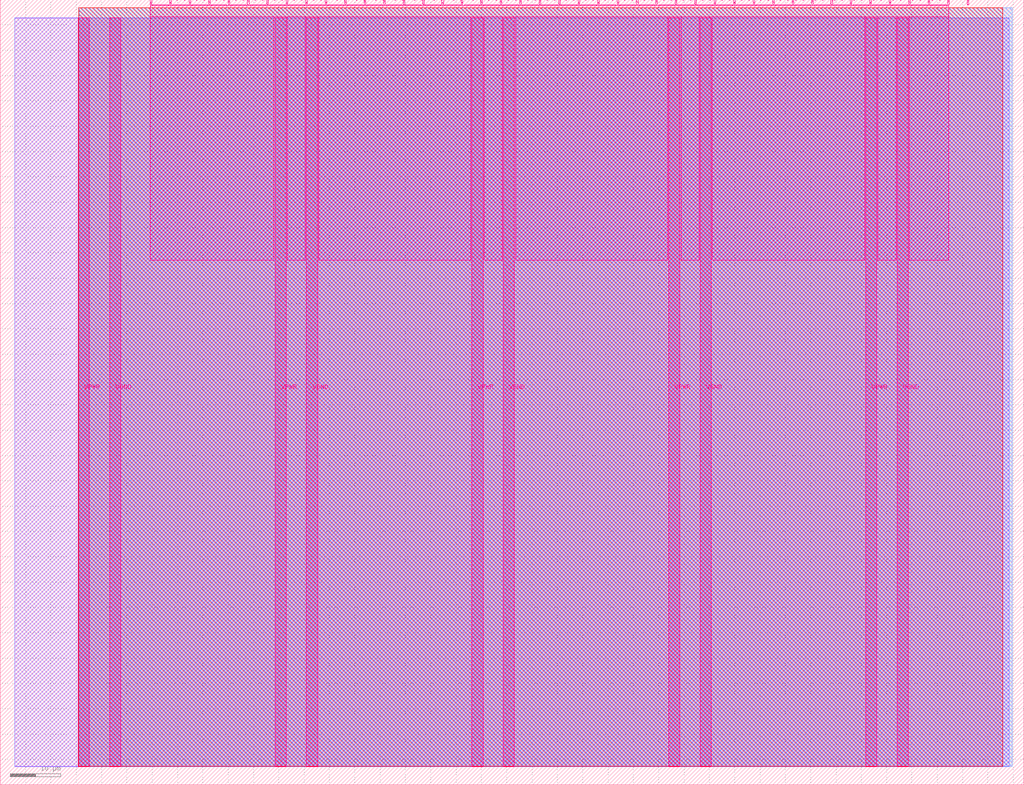
<source format=lef>
VERSION 5.7 ;
  NOWIREEXTENSIONATPIN ON ;
  DIVIDERCHAR "/" ;
  BUSBITCHARS "[]" ;
MACRO tt_um_schoeberl_test
  CLASS BLOCK ;
  FOREIGN tt_um_schoeberl_test ;
  ORIGIN 0.000 0.000 ;
  SIZE 202.080 BY 154.980 ;
  PIN VGND
    DIRECTION INOUT ;
    USE GROUND ;
    PORT
      LAYER Metal5 ;
        RECT 21.580 3.560 23.780 151.420 ;
    END
    PORT
      LAYER Metal5 ;
        RECT 60.450 3.560 62.650 151.420 ;
    END
    PORT
      LAYER Metal5 ;
        RECT 99.320 3.560 101.520 151.420 ;
    END
    PORT
      LAYER Metal5 ;
        RECT 138.190 3.560 140.390 151.420 ;
    END
    PORT
      LAYER Metal5 ;
        RECT 177.060 3.560 179.260 151.420 ;
    END
  END VGND
  PIN VPWR
    DIRECTION INOUT ;
    USE POWER ;
    PORT
      LAYER Metal5 ;
        RECT 15.380 3.560 17.580 151.420 ;
    END
    PORT
      LAYER Metal5 ;
        RECT 54.250 3.560 56.450 151.420 ;
    END
    PORT
      LAYER Metal5 ;
        RECT 93.120 3.560 95.320 151.420 ;
    END
    PORT
      LAYER Metal5 ;
        RECT 131.990 3.560 134.190 151.420 ;
    END
    PORT
      LAYER Metal5 ;
        RECT 170.860 3.560 173.060 151.420 ;
    END
  END VPWR
  PIN clk
    DIRECTION INPUT ;
    USE SIGNAL ;
    ANTENNAGATEAREA 0.213200 ;
    PORT
      LAYER Metal5 ;
        RECT 187.050 153.980 187.350 154.980 ;
    END
  END clk
  PIN ena
    DIRECTION INPUT ;
    USE SIGNAL ;
    PORT
      LAYER Metal5 ;
        RECT 190.890 153.980 191.190 154.980 ;
    END
  END ena
  PIN rst_n
    DIRECTION INPUT ;
    USE SIGNAL ;
    ANTENNAGATEAREA 0.180700 ;
    PORT
      LAYER Metal5 ;
        RECT 183.210 153.980 183.510 154.980 ;
    END
  END rst_n
  PIN ui_in[0]
    DIRECTION INPUT ;
    USE SIGNAL ;
    ANTENNAGATEAREA 0.180700 ;
    PORT
      LAYER Metal5 ;
        RECT 179.370 153.980 179.670 154.980 ;
    END
  END ui_in[0]
  PIN ui_in[1]
    DIRECTION INPUT ;
    USE SIGNAL ;
    ANTENNAGATEAREA 0.180700 ;
    PORT
      LAYER Metal5 ;
        RECT 175.530 153.980 175.830 154.980 ;
    END
  END ui_in[1]
  PIN ui_in[2]
    DIRECTION INPUT ;
    USE SIGNAL ;
    ANTENNAGATEAREA 0.180700 ;
    PORT
      LAYER Metal5 ;
        RECT 171.690 153.980 171.990 154.980 ;
    END
  END ui_in[2]
  PIN ui_in[3]
    DIRECTION INPUT ;
    USE SIGNAL ;
    ANTENNAGATEAREA 0.180700 ;
    PORT
      LAYER Metal5 ;
        RECT 167.850 153.980 168.150 154.980 ;
    END
  END ui_in[3]
  PIN ui_in[4]
    DIRECTION INPUT ;
    USE SIGNAL ;
    ANTENNAGATEAREA 0.180700 ;
    PORT
      LAYER Metal5 ;
        RECT 164.010 153.980 164.310 154.980 ;
    END
  END ui_in[4]
  PIN ui_in[5]
    DIRECTION INPUT ;
    USE SIGNAL ;
    ANTENNAGATEAREA 0.180700 ;
    PORT
      LAYER Metal5 ;
        RECT 160.170 153.980 160.470 154.980 ;
    END
  END ui_in[5]
  PIN ui_in[6]
    DIRECTION INPUT ;
    USE SIGNAL ;
    ANTENNAGATEAREA 0.180700 ;
    PORT
      LAYER Metal5 ;
        RECT 156.330 153.980 156.630 154.980 ;
    END
  END ui_in[6]
  PIN ui_in[7]
    DIRECTION INPUT ;
    USE SIGNAL ;
    PORT
      LAYER Metal5 ;
        RECT 152.490 153.980 152.790 154.980 ;
    END
  END ui_in[7]
  PIN uio_in[0]
    DIRECTION INPUT ;
    USE SIGNAL ;
    ANTENNAGATEAREA 0.180700 ;
    PORT
      LAYER Metal5 ;
        RECT 148.650 153.980 148.950 154.980 ;
    END
  END uio_in[0]
  PIN uio_in[1]
    DIRECTION INPUT ;
    USE SIGNAL ;
    ANTENNAGATEAREA 0.180700 ;
    PORT
      LAYER Metal5 ;
        RECT 144.810 153.980 145.110 154.980 ;
    END
  END uio_in[1]
  PIN uio_in[2]
    DIRECTION INPUT ;
    USE SIGNAL ;
    ANTENNAGATEAREA 0.180700 ;
    PORT
      LAYER Metal5 ;
        RECT 140.970 153.980 141.270 154.980 ;
    END
  END uio_in[2]
  PIN uio_in[3]
    DIRECTION INPUT ;
    USE SIGNAL ;
    ANTENNAGATEAREA 0.180700 ;
    PORT
      LAYER Metal5 ;
        RECT 137.130 153.980 137.430 154.980 ;
    END
  END uio_in[3]
  PIN uio_in[4]
    DIRECTION INPUT ;
    USE SIGNAL ;
    ANTENNAGATEAREA 0.180700 ;
    PORT
      LAYER Metal5 ;
        RECT 133.290 153.980 133.590 154.980 ;
    END
  END uio_in[4]
  PIN uio_in[5]
    DIRECTION INPUT ;
    USE SIGNAL ;
    ANTENNAGATEAREA 0.180700 ;
    PORT
      LAYER Metal5 ;
        RECT 129.450 153.980 129.750 154.980 ;
    END
  END uio_in[5]
  PIN uio_in[6]
    DIRECTION INPUT ;
    USE SIGNAL ;
    ANTENNAGATEAREA 0.180700 ;
    PORT
      LAYER Metal5 ;
        RECT 125.610 153.980 125.910 154.980 ;
    END
  END uio_in[6]
  PIN uio_in[7]
    DIRECTION INPUT ;
    USE SIGNAL ;
    PORT
      LAYER Metal5 ;
        RECT 121.770 153.980 122.070 154.980 ;
    END
  END uio_in[7]
  PIN uio_oe[0]
    DIRECTION OUTPUT ;
    USE SIGNAL ;
    ANTENNADIFFAREA 0.299200 ;
    PORT
      LAYER Metal5 ;
        RECT 56.490 153.980 56.790 154.980 ;
    END
  END uio_oe[0]
  PIN uio_oe[1]
    DIRECTION OUTPUT ;
    USE SIGNAL ;
    ANTENNADIFFAREA 0.299200 ;
    PORT
      LAYER Metal5 ;
        RECT 52.650 153.980 52.950 154.980 ;
    END
  END uio_oe[1]
  PIN uio_oe[2]
    DIRECTION OUTPUT ;
    USE SIGNAL ;
    ANTENNADIFFAREA 0.299200 ;
    PORT
      LAYER Metal5 ;
        RECT 48.810 153.980 49.110 154.980 ;
    END
  END uio_oe[2]
  PIN uio_oe[3]
    DIRECTION OUTPUT ;
    USE SIGNAL ;
    ANTENNADIFFAREA 0.299200 ;
    PORT
      LAYER Metal5 ;
        RECT 44.970 153.980 45.270 154.980 ;
    END
  END uio_oe[3]
  PIN uio_oe[4]
    DIRECTION OUTPUT ;
    USE SIGNAL ;
    ANTENNADIFFAREA 0.299200 ;
    PORT
      LAYER Metal5 ;
        RECT 41.130 153.980 41.430 154.980 ;
    END
  END uio_oe[4]
  PIN uio_oe[5]
    DIRECTION OUTPUT ;
    USE SIGNAL ;
    ANTENNADIFFAREA 0.299200 ;
    PORT
      LAYER Metal5 ;
        RECT 37.290 153.980 37.590 154.980 ;
    END
  END uio_oe[5]
  PIN uio_oe[6]
    DIRECTION OUTPUT ;
    USE SIGNAL ;
    ANTENNADIFFAREA 0.299200 ;
    PORT
      LAYER Metal5 ;
        RECT 33.450 153.980 33.750 154.980 ;
    END
  END uio_oe[6]
  PIN uio_oe[7]
    DIRECTION OUTPUT ;
    USE SIGNAL ;
    ANTENNADIFFAREA 0.299200 ;
    PORT
      LAYER Metal5 ;
        RECT 29.610 153.980 29.910 154.980 ;
    END
  END uio_oe[7]
  PIN uio_out[0]
    DIRECTION OUTPUT ;
    USE SIGNAL ;
    ANTENNADIFFAREA 0.299200 ;
    PORT
      LAYER Metal5 ;
        RECT 87.210 153.980 87.510 154.980 ;
    END
  END uio_out[0]
  PIN uio_out[1]
    DIRECTION OUTPUT ;
    USE SIGNAL ;
    ANTENNADIFFAREA 0.299200 ;
    PORT
      LAYER Metal5 ;
        RECT 83.370 153.980 83.670 154.980 ;
    END
  END uio_out[1]
  PIN uio_out[2]
    DIRECTION OUTPUT ;
    USE SIGNAL ;
    ANTENNADIFFAREA 0.299200 ;
    PORT
      LAYER Metal5 ;
        RECT 79.530 153.980 79.830 154.980 ;
    END
  END uio_out[2]
  PIN uio_out[3]
    DIRECTION OUTPUT ;
    USE SIGNAL ;
    ANTENNADIFFAREA 0.299200 ;
    PORT
      LAYER Metal5 ;
        RECT 75.690 153.980 75.990 154.980 ;
    END
  END uio_out[3]
  PIN uio_out[4]
    DIRECTION OUTPUT ;
    USE SIGNAL ;
    ANTENNADIFFAREA 0.299200 ;
    PORT
      LAYER Metal5 ;
        RECT 71.850 153.980 72.150 154.980 ;
    END
  END uio_out[4]
  PIN uio_out[5]
    DIRECTION OUTPUT ;
    USE SIGNAL ;
    ANTENNADIFFAREA 0.299200 ;
    PORT
      LAYER Metal5 ;
        RECT 68.010 153.980 68.310 154.980 ;
    END
  END uio_out[5]
  PIN uio_out[6]
    DIRECTION OUTPUT ;
    USE SIGNAL ;
    ANTENNADIFFAREA 0.299200 ;
    PORT
      LAYER Metal5 ;
        RECT 64.170 153.980 64.470 154.980 ;
    END
  END uio_out[6]
  PIN uio_out[7]
    DIRECTION OUTPUT ;
    USE SIGNAL ;
    ANTENNADIFFAREA 0.299200 ;
    PORT
      LAYER Metal5 ;
        RECT 60.330 153.980 60.630 154.980 ;
    END
  END uio_out[7]
  PIN uo_out[0]
    DIRECTION OUTPUT ;
    USE SIGNAL ;
    ANTENNADIFFAREA 0.706400 ;
    PORT
      LAYER Metal5 ;
        RECT 117.930 153.980 118.230 154.980 ;
    END
  END uo_out[0]
  PIN uo_out[1]
    DIRECTION OUTPUT ;
    USE SIGNAL ;
    ANTENNADIFFAREA 0.733200 ;
    PORT
      LAYER Metal5 ;
        RECT 114.090 153.980 114.390 154.980 ;
    END
  END uo_out[1]
  PIN uo_out[2]
    DIRECTION OUTPUT ;
    USE SIGNAL ;
    ANTENNADIFFAREA 0.662000 ;
    PORT
      LAYER Metal5 ;
        RECT 110.250 153.980 110.550 154.980 ;
    END
  END uo_out[2]
  PIN uo_out[3]
    DIRECTION OUTPUT ;
    USE SIGNAL ;
    ANTENNADIFFAREA 0.733200 ;
    PORT
      LAYER Metal5 ;
        RECT 106.410 153.980 106.710 154.980 ;
    END
  END uo_out[3]
  PIN uo_out[4]
    DIRECTION OUTPUT ;
    USE SIGNAL ;
    ANTENNADIFFAREA 0.733200 ;
    PORT
      LAYER Metal5 ;
        RECT 102.570 153.980 102.870 154.980 ;
    END
  END uo_out[4]
  PIN uo_out[5]
    DIRECTION OUTPUT ;
    USE SIGNAL ;
    ANTENNADIFFAREA 0.733200 ;
    PORT
      LAYER Metal5 ;
        RECT 98.730 153.980 99.030 154.980 ;
    END
  END uo_out[5]
  PIN uo_out[6]
    DIRECTION OUTPUT ;
    USE SIGNAL ;
    ANTENNADIFFAREA 0.733200 ;
    PORT
      LAYER Metal5 ;
        RECT 94.890 153.980 95.190 154.980 ;
    END
  END uo_out[6]
  PIN uo_out[7]
    DIRECTION OUTPUT ;
    USE SIGNAL ;
    ANTENNADIFFAREA 0.654800 ;
    PORT
      LAYER Metal5 ;
        RECT 91.050 153.980 91.350 154.980 ;
    END
  END uo_out[7]
  OBS
      LAYER GatPoly ;
        RECT 2.880 3.630 199.200 151.350 ;
      LAYER Metal1 ;
        RECT 2.880 3.560 199.200 151.420 ;
      LAYER Metal2 ;
        RECT 15.515 3.680 199.825 153.400 ;
      LAYER Metal3 ;
        RECT 15.560 3.635 199.780 153.445 ;
      LAYER Metal4 ;
        RECT 15.515 3.680 197.905 153.400 ;
      LAYER Metal5 ;
        RECT 30.120 153.770 33.240 153.980 ;
        RECT 33.960 153.770 37.080 153.980 ;
        RECT 37.800 153.770 40.920 153.980 ;
        RECT 41.640 153.770 44.760 153.980 ;
        RECT 45.480 153.770 48.600 153.980 ;
        RECT 49.320 153.770 52.440 153.980 ;
        RECT 53.160 153.770 56.280 153.980 ;
        RECT 57.000 153.770 60.120 153.980 ;
        RECT 60.840 153.770 63.960 153.980 ;
        RECT 64.680 153.770 67.800 153.980 ;
        RECT 68.520 153.770 71.640 153.980 ;
        RECT 72.360 153.770 75.480 153.980 ;
        RECT 76.200 153.770 79.320 153.980 ;
        RECT 80.040 153.770 83.160 153.980 ;
        RECT 83.880 153.770 87.000 153.980 ;
        RECT 87.720 153.770 90.840 153.980 ;
        RECT 91.560 153.770 94.680 153.980 ;
        RECT 95.400 153.770 98.520 153.980 ;
        RECT 99.240 153.770 102.360 153.980 ;
        RECT 103.080 153.770 106.200 153.980 ;
        RECT 106.920 153.770 110.040 153.980 ;
        RECT 110.760 153.770 113.880 153.980 ;
        RECT 114.600 153.770 117.720 153.980 ;
        RECT 118.440 153.770 121.560 153.980 ;
        RECT 122.280 153.770 125.400 153.980 ;
        RECT 126.120 153.770 129.240 153.980 ;
        RECT 129.960 153.770 133.080 153.980 ;
        RECT 133.800 153.770 136.920 153.980 ;
        RECT 137.640 153.770 140.760 153.980 ;
        RECT 141.480 153.770 144.600 153.980 ;
        RECT 145.320 153.770 148.440 153.980 ;
        RECT 149.160 153.770 152.280 153.980 ;
        RECT 153.000 153.770 156.120 153.980 ;
        RECT 156.840 153.770 159.960 153.980 ;
        RECT 160.680 153.770 163.800 153.980 ;
        RECT 164.520 153.770 167.640 153.980 ;
        RECT 168.360 153.770 171.480 153.980 ;
        RECT 172.200 153.770 175.320 153.980 ;
        RECT 176.040 153.770 179.160 153.980 ;
        RECT 179.880 153.770 183.000 153.980 ;
        RECT 183.720 153.770 186.840 153.980 ;
        RECT 29.660 151.630 187.300 153.770 ;
        RECT 29.660 103.595 54.040 151.630 ;
        RECT 56.660 103.595 60.240 151.630 ;
        RECT 62.860 103.595 92.910 151.630 ;
        RECT 95.530 103.595 99.110 151.630 ;
        RECT 101.730 103.595 131.780 151.630 ;
        RECT 134.400 103.595 137.980 151.630 ;
        RECT 140.600 103.595 170.650 151.630 ;
        RECT 173.270 103.595 176.850 151.630 ;
        RECT 179.470 103.595 187.300 151.630 ;
  END
END tt_um_schoeberl_test
END LIBRARY


</source>
